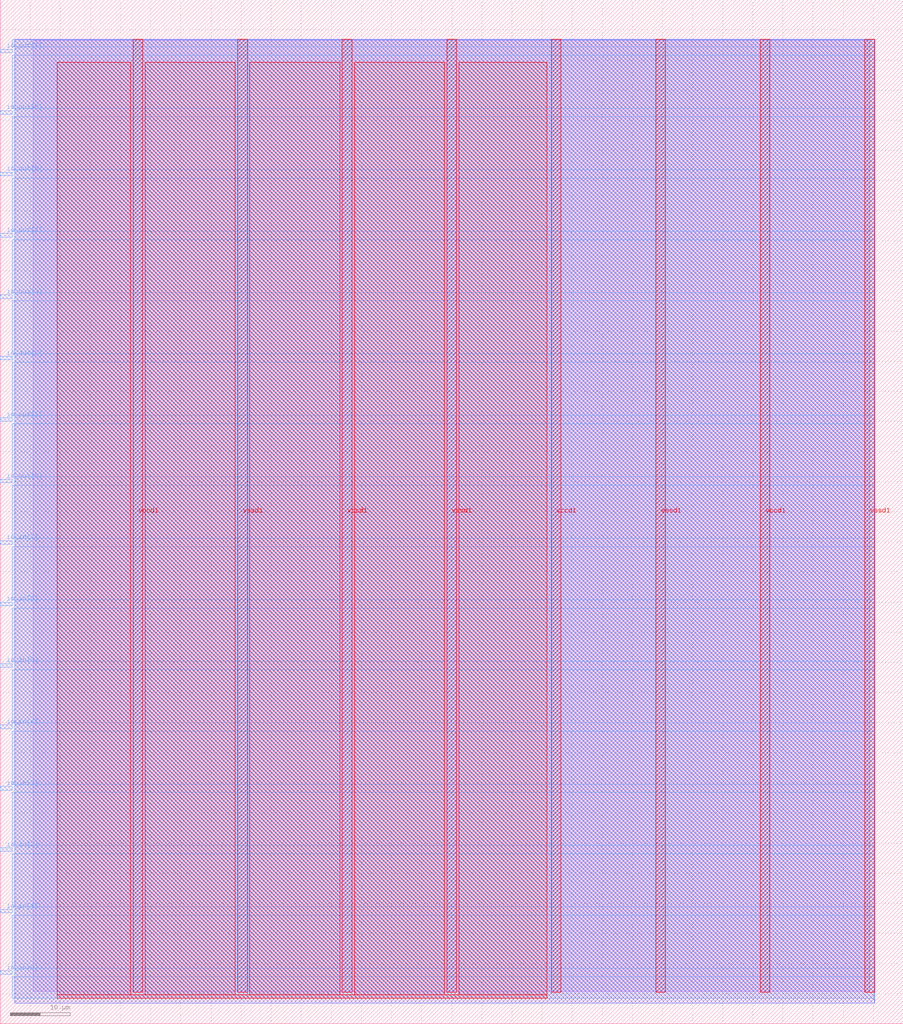
<source format=lef>
VERSION 5.7 ;
  NOWIREEXTENSIONATPIN ON ;
  DIVIDERCHAR "/" ;
  BUSBITCHARS "[]" ;
MACRO chrisruk_matrix
  CLASS BLOCK ;
  FOREIGN chrisruk_matrix ;
  ORIGIN 0.000 0.000 ;
  SIZE 150.000 BY 170.000 ;
  PIN io_in[0]
    DIRECTION INPUT ;
    USE SIGNAL ;
    PORT
      LAYER met3 ;
        RECT 0.000 8.200 2.000 8.800 ;
    END
  END io_in[0]
  PIN io_in[1]
    DIRECTION INPUT ;
    USE SIGNAL ;
    PORT
      LAYER met3 ;
        RECT 0.000 18.400 2.000 19.000 ;
    END
  END io_in[1]
  PIN io_in[2]
    DIRECTION INPUT ;
    USE SIGNAL ;
    PORT
      LAYER met3 ;
        RECT 0.000 28.600 2.000 29.200 ;
    END
  END io_in[2]
  PIN io_in[3]
    DIRECTION INPUT ;
    USE SIGNAL ;
    PORT
      LAYER met3 ;
        RECT 0.000 38.800 2.000 39.400 ;
    END
  END io_in[3]
  PIN io_in[4]
    DIRECTION INPUT ;
    USE SIGNAL ;
    PORT
      LAYER met3 ;
        RECT 0.000 49.000 2.000 49.600 ;
    END
  END io_in[4]
  PIN io_in[5]
    DIRECTION INPUT ;
    USE SIGNAL ;
    PORT
      LAYER met3 ;
        RECT 0.000 59.200 2.000 59.800 ;
    END
  END io_in[5]
  PIN io_in[6]
    DIRECTION INPUT ;
    USE SIGNAL ;
    PORT
      LAYER met3 ;
        RECT 0.000 69.400 2.000 70.000 ;
    END
  END io_in[6]
  PIN io_in[7]
    DIRECTION INPUT ;
    USE SIGNAL ;
    PORT
      LAYER met3 ;
        RECT 0.000 79.600 2.000 80.200 ;
    END
  END io_in[7]
  PIN io_out[0]
    DIRECTION OUTPUT TRISTATE ;
    USE SIGNAL ;
    PORT
      LAYER met3 ;
        RECT 0.000 89.800 2.000 90.400 ;
    END
  END io_out[0]
  PIN io_out[1]
    DIRECTION OUTPUT TRISTATE ;
    USE SIGNAL ;
    PORT
      LAYER met3 ;
        RECT 0.000 100.000 2.000 100.600 ;
    END
  END io_out[1]
  PIN io_out[2]
    DIRECTION OUTPUT TRISTATE ;
    USE SIGNAL ;
    PORT
      LAYER met3 ;
        RECT 0.000 110.200 2.000 110.800 ;
    END
  END io_out[2]
  PIN io_out[3]
    DIRECTION OUTPUT TRISTATE ;
    USE SIGNAL ;
    PORT
      LAYER met3 ;
        RECT 0.000 120.400 2.000 121.000 ;
    END
  END io_out[3]
  PIN io_out[4]
    DIRECTION OUTPUT TRISTATE ;
    USE SIGNAL ;
    PORT
      LAYER met3 ;
        RECT 0.000 130.600 2.000 131.200 ;
    END
  END io_out[4]
  PIN io_out[5]
    DIRECTION OUTPUT TRISTATE ;
    USE SIGNAL ;
    PORT
      LAYER met3 ;
        RECT 0.000 140.800 2.000 141.400 ;
    END
  END io_out[5]
  PIN io_out[6]
    DIRECTION OUTPUT TRISTATE ;
    USE SIGNAL ;
    PORT
      LAYER met3 ;
        RECT 0.000 151.000 2.000 151.600 ;
    END
  END io_out[6]
  PIN io_out[7]
    DIRECTION OUTPUT TRISTATE ;
    USE SIGNAL ;
    PORT
      LAYER met3 ;
        RECT 0.000 161.200 2.000 161.800 ;
    END
  END io_out[7]
  PIN vccd1
    DIRECTION INOUT ;
    USE POWER ;
    PORT
      LAYER met4 ;
        RECT 22.085 5.200 23.685 163.440 ;
    END
    PORT
      LAYER met4 ;
        RECT 56.815 5.200 58.415 163.440 ;
    END
    PORT
      LAYER met4 ;
        RECT 91.545 5.200 93.145 163.440 ;
    END
    PORT
      LAYER met4 ;
        RECT 126.275 5.200 127.875 163.440 ;
    END
  END vccd1
  PIN vssd1
    DIRECTION INOUT ;
    USE GROUND ;
    PORT
      LAYER met4 ;
        RECT 39.450 5.200 41.050 163.440 ;
    END
    PORT
      LAYER met4 ;
        RECT 74.180 5.200 75.780 163.440 ;
    END
    PORT
      LAYER met4 ;
        RECT 108.910 5.200 110.510 163.440 ;
    END
    PORT
      LAYER met4 ;
        RECT 143.640 5.200 145.240 163.440 ;
    END
  END vssd1
  OBS
      LAYER li1 ;
        RECT 5.520 5.355 144.440 163.285 ;
      LAYER met1 ;
        RECT 2.370 3.440 145.240 163.440 ;
      LAYER met2 ;
        RECT 2.390 3.410 145.210 163.385 ;
      LAYER met3 ;
        RECT 2.000 162.200 145.230 163.365 ;
        RECT 2.400 160.800 145.230 162.200 ;
        RECT 2.000 152.000 145.230 160.800 ;
        RECT 2.400 150.600 145.230 152.000 ;
        RECT 2.000 141.800 145.230 150.600 ;
        RECT 2.400 140.400 145.230 141.800 ;
        RECT 2.000 131.600 145.230 140.400 ;
        RECT 2.400 130.200 145.230 131.600 ;
        RECT 2.000 121.400 145.230 130.200 ;
        RECT 2.400 120.000 145.230 121.400 ;
        RECT 2.000 111.200 145.230 120.000 ;
        RECT 2.400 109.800 145.230 111.200 ;
        RECT 2.000 101.000 145.230 109.800 ;
        RECT 2.400 99.600 145.230 101.000 ;
        RECT 2.000 90.800 145.230 99.600 ;
        RECT 2.400 89.400 145.230 90.800 ;
        RECT 2.000 80.600 145.230 89.400 ;
        RECT 2.400 79.200 145.230 80.600 ;
        RECT 2.000 70.400 145.230 79.200 ;
        RECT 2.400 69.000 145.230 70.400 ;
        RECT 2.000 60.200 145.230 69.000 ;
        RECT 2.400 58.800 145.230 60.200 ;
        RECT 2.000 50.000 145.230 58.800 ;
        RECT 2.400 48.600 145.230 50.000 ;
        RECT 2.000 39.800 145.230 48.600 ;
        RECT 2.400 38.400 145.230 39.800 ;
        RECT 2.000 29.600 145.230 38.400 ;
        RECT 2.400 28.200 145.230 29.600 ;
        RECT 2.000 19.400 145.230 28.200 ;
        RECT 2.400 18.000 145.230 19.400 ;
        RECT 2.000 9.200 145.230 18.000 ;
        RECT 2.400 7.800 145.230 9.200 ;
        RECT 2.000 4.255 145.230 7.800 ;
      LAYER met4 ;
        RECT 9.495 4.800 21.685 159.625 ;
        RECT 24.085 4.800 39.050 159.625 ;
        RECT 41.450 4.800 56.415 159.625 ;
        RECT 58.815 4.800 73.780 159.625 ;
        RECT 76.180 4.800 90.785 159.625 ;
        RECT 9.495 4.255 90.785 4.800 ;
  END
END chrisruk_matrix
END LIBRARY


</source>
